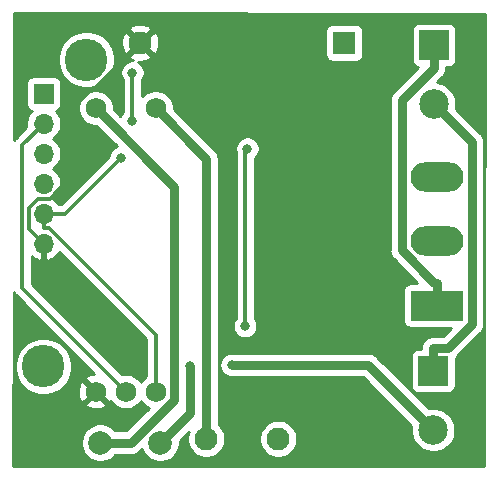
<source format=gtl>
G04 #@! TF.GenerationSoftware,KiCad,Pcbnew,5.1.7-a382d34a8~88~ubuntu18.04.1*
G04 #@! TF.CreationDate,2021-08-20T00:55:45+05:30*
G04 #@! TF.ProjectId,BackEnd_HeavyDevice_v4,4261636b-456e-4645-9f48-656176794465,rev?*
G04 #@! TF.SameCoordinates,Original*
G04 #@! TF.FileFunction,Copper,L1,Top*
G04 #@! TF.FilePolarity,Positive*
%FSLAX46Y46*%
G04 Gerber Fmt 4.6, Leading zero omitted, Abs format (unit mm)*
G04 Created by KiCad (PCBNEW 5.1.7-a382d34a8~88~ubuntu18.04.1) date 2021-08-20 00:55:45*
%MOMM*%
%LPD*%
G01*
G04 APERTURE LIST*
G04 #@! TA.AperFunction,ComponentPad*
%ADD10C,3.600000*%
G04 #@! TD*
G04 #@! TA.AperFunction,ComponentPad*
%ADD11C,1.750000*%
G04 #@! TD*
G04 #@! TA.AperFunction,ComponentPad*
%ADD12R,4.500000X2.500000*%
G04 #@! TD*
G04 #@! TA.AperFunction,ComponentPad*
%ADD13O,4.500000X2.500000*%
G04 #@! TD*
G04 #@! TA.AperFunction,ComponentPad*
%ADD14C,2.000000*%
G04 #@! TD*
G04 #@! TA.AperFunction,ComponentPad*
%ADD15R,2.500000X2.500000*%
G04 #@! TD*
G04 #@! TA.AperFunction,ComponentPad*
%ADD16C,2.500000*%
G04 #@! TD*
G04 #@! TA.AperFunction,ComponentPad*
%ADD17C,1.950000*%
G04 #@! TD*
G04 #@! TA.AperFunction,ComponentPad*
%ADD18R,1.950000X1.950000*%
G04 #@! TD*
G04 #@! TA.AperFunction,ComponentPad*
%ADD19R,1.700000X1.700000*%
G04 #@! TD*
G04 #@! TA.AperFunction,ComponentPad*
%ADD20O,1.700000X1.700000*%
G04 #@! TD*
G04 #@! TA.AperFunction,ViaPad*
%ADD21C,0.800000*%
G04 #@! TD*
G04 #@! TA.AperFunction,Conductor*
%ADD22C,0.350000*%
G04 #@! TD*
G04 #@! TA.AperFunction,Conductor*
%ADD23C,0.800000*%
G04 #@! TD*
G04 #@! TA.AperFunction,Conductor*
%ADD24C,0.254000*%
G04 #@! TD*
G04 #@! TA.AperFunction,Conductor*
%ADD25C,0.100000*%
G04 #@! TD*
G04 APERTURE END LIST*
D10*
X117137000Y-101089000D03*
X113481760Y-127063520D03*
D11*
X117922000Y-129195000D03*
X123002000Y-129195000D03*
X120462000Y-129195000D03*
X117922000Y-105195000D03*
X123002000Y-105195000D03*
D12*
X146827000Y-121917000D03*
D13*
X146827000Y-116467000D03*
X146827000Y-111017000D03*
D14*
X118316000Y-133530000D03*
X123396000Y-133520000D03*
D15*
X146576000Y-99860100D03*
D16*
X146576000Y-104860100D03*
D15*
X146497000Y-127460000D03*
D16*
X146497000Y-132460000D03*
D17*
X133383000Y-133195000D03*
X121699000Y-99667000D03*
X127287000Y-133195000D03*
D18*
X138971000Y-99667000D03*
D19*
X113515000Y-103967000D03*
D20*
X113515000Y-106507000D03*
X113515000Y-109047000D03*
X113515000Y-111587000D03*
X113515000Y-114127000D03*
X113515000Y-116667000D03*
D21*
X121036080Y-102191820D03*
X120957340Y-106268520D03*
X120048020Y-109402880D03*
X125923040Y-127068580D03*
X129428240Y-126933960D03*
X130763400Y-108630000D03*
X130581200Y-123670000D03*
D22*
X113515000Y-114127000D02*
X113515000Y-115352300D01*
X113515000Y-115352300D02*
X113974500Y-115352300D01*
X113974500Y-115352300D02*
X123002000Y-124379800D01*
X123002000Y-124379800D02*
X123002000Y-129195000D01*
X121036080Y-106189780D02*
X120957340Y-106268520D01*
X121036080Y-102191820D02*
X121036080Y-106189780D01*
X115323900Y-114127000D02*
X120048020Y-109402880D01*
X113515000Y-114127000D02*
X115323900Y-114127000D01*
X113515000Y-116667000D02*
X112280900Y-115432900D01*
X112280900Y-115432900D02*
X112280900Y-113619300D01*
X112280900Y-113619300D02*
X113043200Y-112857000D01*
X113043200Y-112857000D02*
X114038300Y-112857000D01*
X114038300Y-112857000D02*
X116261000Y-110634300D01*
X116261000Y-110634300D02*
X116261000Y-104903500D01*
X116261000Y-104903500D02*
X117675800Y-103488700D01*
X117675800Y-103488700D02*
X117877300Y-103488700D01*
X117877300Y-103488700D02*
X121699000Y-99667000D01*
D23*
X140970960Y-126933960D02*
X146497000Y-132460000D01*
X129428240Y-126933960D02*
X140970960Y-126933960D01*
X125925580Y-129522220D02*
X125923040Y-129519680D01*
X123396000Y-133520000D02*
X125925580Y-130990420D01*
X125923040Y-129519680D02*
X125923040Y-127068580D01*
X125925580Y-130990420D02*
X125925580Y-129522220D01*
X146497000Y-127460000D02*
X146497000Y-125509700D01*
X146576000Y-104860100D02*
X149777400Y-108061500D01*
X149777400Y-108061500D02*
X149777400Y-123486300D01*
X149777400Y-123486300D02*
X147754000Y-125509700D01*
X147754000Y-125509700D02*
X146497000Y-125509700D01*
X118316000Y-133530000D02*
X120935200Y-133530000D01*
X120935200Y-133530000D02*
X124585200Y-129880000D01*
X124585200Y-129880000D02*
X124585200Y-111858200D01*
X124585200Y-111858200D02*
X117922000Y-105195000D01*
D22*
X113515000Y-106507000D02*
X111700300Y-108321700D01*
X111700300Y-108321700D02*
X111700300Y-120433300D01*
X111700300Y-120433300D02*
X120462000Y-129195000D01*
D23*
X146827000Y-121917000D02*
X146827000Y-119966700D01*
X146576000Y-99860100D02*
X146576000Y-101810400D01*
X146576000Y-101810400D02*
X143835000Y-104551400D01*
X143835000Y-104551400D02*
X143835000Y-117249000D01*
X143835000Y-117249000D02*
X146552700Y-119966700D01*
X146552700Y-119966700D02*
X146827000Y-119966700D01*
D22*
X130763400Y-108630000D02*
X130581200Y-108812200D01*
X130581200Y-108812200D02*
X130581200Y-123670000D01*
D23*
X127287000Y-133195000D02*
X127287000Y-109480000D01*
X127287000Y-109480000D02*
X123002000Y-105195000D01*
D24*
X150850433Y-97246077D02*
X150815845Y-123470441D01*
X150812400Y-123435465D01*
X150812400Y-108112327D01*
X150817406Y-108061499D01*
X150812400Y-108010671D01*
X150812400Y-108010662D01*
X150797424Y-107858605D01*
X150738241Y-107663507D01*
X150655004Y-107507781D01*
X150642134Y-107483702D01*
X150545203Y-107365592D01*
X150512796Y-107326104D01*
X150473308Y-107293697D01*
X148421906Y-105242296D01*
X148461000Y-105045756D01*
X148461000Y-104674444D01*
X148388561Y-104310266D01*
X148246466Y-103967218D01*
X148040175Y-103658482D01*
X147777618Y-103395925D01*
X147468882Y-103189634D01*
X147125834Y-103047539D01*
X146856204Y-102993907D01*
X147271908Y-102578203D01*
X147311396Y-102545796D01*
X147366273Y-102478928D01*
X147440734Y-102388198D01*
X147536840Y-102208394D01*
X147536841Y-102208393D01*
X147596024Y-102013295D01*
X147611000Y-101861238D01*
X147611000Y-101861229D01*
X147616006Y-101810401D01*
X147611000Y-101759573D01*
X147611000Y-101748172D01*
X147826000Y-101748172D01*
X147950482Y-101735912D01*
X148070180Y-101699602D01*
X148180494Y-101640637D01*
X148277185Y-101561285D01*
X148356537Y-101464594D01*
X148415502Y-101354280D01*
X148451812Y-101234582D01*
X148464072Y-101110100D01*
X148464072Y-98610100D01*
X148451812Y-98485618D01*
X148415502Y-98365920D01*
X148356537Y-98255606D01*
X148277185Y-98158915D01*
X148180494Y-98079563D01*
X148070180Y-98020598D01*
X147950482Y-97984288D01*
X147826000Y-97972028D01*
X145326000Y-97972028D01*
X145201518Y-97984288D01*
X145081820Y-98020598D01*
X144971506Y-98079563D01*
X144874815Y-98158915D01*
X144795463Y-98255606D01*
X144736498Y-98365920D01*
X144700188Y-98485618D01*
X144687928Y-98610100D01*
X144687928Y-101110100D01*
X144700188Y-101234582D01*
X144736498Y-101354280D01*
X144795463Y-101464594D01*
X144874815Y-101561285D01*
X144971506Y-101640637D01*
X145081820Y-101699602D01*
X145190208Y-101732481D01*
X143139097Y-103783593D01*
X143099604Y-103816004D01*
X142970266Y-103973603D01*
X142874159Y-104153408D01*
X142814976Y-104348506D01*
X142800000Y-104500563D01*
X142800000Y-104500572D01*
X142794994Y-104551400D01*
X142800000Y-104602228D01*
X142800001Y-117198162D01*
X142794994Y-117249000D01*
X142814977Y-117451895D01*
X142874160Y-117646993D01*
X142970266Y-117826797D01*
X142999303Y-117862178D01*
X143099605Y-117984396D01*
X143139092Y-118016802D01*
X145151217Y-120028928D01*
X144577000Y-120028928D01*
X144452518Y-120041188D01*
X144332820Y-120077498D01*
X144222506Y-120136463D01*
X144125815Y-120215815D01*
X144046463Y-120312506D01*
X143987498Y-120422820D01*
X143951188Y-120542518D01*
X143938928Y-120667000D01*
X143938928Y-123167000D01*
X143951188Y-123291482D01*
X143987498Y-123411180D01*
X144046463Y-123521494D01*
X144125815Y-123618185D01*
X144222506Y-123697537D01*
X144332820Y-123756502D01*
X144452518Y-123792812D01*
X144577000Y-123805072D01*
X147994918Y-123805072D01*
X147325290Y-124474700D01*
X146547838Y-124474700D01*
X146497000Y-124469693D01*
X146446162Y-124474700D01*
X146294105Y-124489676D01*
X146099007Y-124548859D01*
X145919203Y-124644966D01*
X145761604Y-124774304D01*
X145632266Y-124931903D01*
X145536159Y-125111707D01*
X145476976Y-125306805D01*
X145456993Y-125509700D01*
X145462001Y-125560548D01*
X145462001Y-125571928D01*
X145247000Y-125571928D01*
X145122518Y-125584188D01*
X145002820Y-125620498D01*
X144892506Y-125679463D01*
X144795815Y-125758815D01*
X144716463Y-125855506D01*
X144657498Y-125965820D01*
X144621188Y-126085518D01*
X144608928Y-126210000D01*
X144608928Y-128710000D01*
X144621188Y-128834482D01*
X144657498Y-128954180D01*
X144716463Y-129064494D01*
X144795815Y-129161185D01*
X144892506Y-129240537D01*
X145002820Y-129299502D01*
X145122518Y-129335812D01*
X145247000Y-129348072D01*
X147747000Y-129348072D01*
X147871482Y-129335812D01*
X147991180Y-129299502D01*
X148101494Y-129240537D01*
X148198185Y-129161185D01*
X148277537Y-129064494D01*
X148336502Y-128954180D01*
X148372812Y-128834482D01*
X148385072Y-128710000D01*
X148385072Y-126330712D01*
X148489396Y-126245096D01*
X148521807Y-126205603D01*
X150473308Y-124254103D01*
X150512796Y-124221696D01*
X150545203Y-124182208D01*
X150642134Y-124064098D01*
X150693504Y-123967991D01*
X150738241Y-123884293D01*
X150797424Y-123689195D01*
X150812400Y-123537138D01*
X150812400Y-123537135D01*
X150815803Y-123502590D01*
X150799967Y-135508952D01*
X110949914Y-135493802D01*
X110958902Y-130241240D01*
X117055365Y-130241240D01*
X117136025Y-130492868D01*
X117404329Y-130621267D01*
X117692526Y-130694855D01*
X117989543Y-130710804D01*
X118283963Y-130668501D01*
X118564474Y-130569572D01*
X118707975Y-130492868D01*
X118788635Y-130241240D01*
X117922000Y-129374605D01*
X117055365Y-130241240D01*
X110958902Y-130241240D01*
X110964751Y-126823693D01*
X111046760Y-126823693D01*
X111046760Y-127303347D01*
X111140336Y-127773783D01*
X111323891Y-128216925D01*
X111590372Y-128615742D01*
X111929538Y-128954908D01*
X112328355Y-129221389D01*
X112771497Y-129404944D01*
X113241933Y-129498520D01*
X113721587Y-129498520D01*
X114192023Y-129404944D01*
X114535810Y-129262543D01*
X116406196Y-129262543D01*
X116448499Y-129556963D01*
X116547428Y-129837474D01*
X116624132Y-129980975D01*
X116875760Y-130061635D01*
X117742395Y-129195000D01*
X116875760Y-128328365D01*
X116624132Y-128409025D01*
X116495733Y-128677329D01*
X116422145Y-128965526D01*
X116406196Y-129262543D01*
X114535810Y-129262543D01*
X114635165Y-129221389D01*
X115033982Y-128954908D01*
X115373148Y-128615742D01*
X115639629Y-128216925D01*
X115823184Y-127773783D01*
X115916760Y-127303347D01*
X115916760Y-126823693D01*
X115823184Y-126353257D01*
X115639629Y-125910115D01*
X115373148Y-125511298D01*
X115033982Y-125172132D01*
X114635165Y-124905651D01*
X114192023Y-124722096D01*
X113721587Y-124628520D01*
X113241933Y-124628520D01*
X112771497Y-124722096D01*
X112328355Y-124905651D01*
X111929538Y-125172132D01*
X111590372Y-125511298D01*
X111323891Y-125910115D01*
X111140336Y-126353257D01*
X111046760Y-126823693D01*
X110964751Y-126823693D01*
X110975069Y-120794783D01*
X111023551Y-120885489D01*
X111058062Y-120927540D01*
X111124773Y-121008828D01*
X111155683Y-121034195D01*
X117807439Y-127685952D01*
X117560037Y-127721499D01*
X117279526Y-127820428D01*
X117136025Y-127897132D01*
X117055365Y-128148760D01*
X117922000Y-129015395D01*
X117936143Y-129001253D01*
X118115748Y-129180858D01*
X118101605Y-129195000D01*
X118968240Y-130061635D01*
X119179712Y-129993847D01*
X119289107Y-130157569D01*
X119499431Y-130367893D01*
X119746747Y-130533144D01*
X120021549Y-130646971D01*
X120313278Y-130705000D01*
X120610722Y-130705000D01*
X120902451Y-130646971D01*
X121177253Y-130533144D01*
X121424569Y-130367893D01*
X121634893Y-130157569D01*
X121732000Y-130012238D01*
X121829107Y-130157569D01*
X122039431Y-130367893D01*
X122286747Y-130533144D01*
X122415156Y-130586333D01*
X120506490Y-132495000D01*
X119590833Y-132495000D01*
X119585987Y-132487748D01*
X119358252Y-132260013D01*
X119090463Y-132081082D01*
X118792912Y-131957832D01*
X118477033Y-131895000D01*
X118154967Y-131895000D01*
X117839088Y-131957832D01*
X117541537Y-132081082D01*
X117273748Y-132260013D01*
X117046013Y-132487748D01*
X116867082Y-132755537D01*
X116743832Y-133053088D01*
X116681000Y-133368967D01*
X116681000Y-133691033D01*
X116743832Y-134006912D01*
X116867082Y-134304463D01*
X117046013Y-134572252D01*
X117273748Y-134799987D01*
X117541537Y-134978918D01*
X117839088Y-135102168D01*
X118154967Y-135165000D01*
X118477033Y-135165000D01*
X118792912Y-135102168D01*
X119090463Y-134978918D01*
X119358252Y-134799987D01*
X119585987Y-134572252D01*
X119590833Y-134565000D01*
X120884372Y-134565000D01*
X120935200Y-134570006D01*
X120986028Y-134565000D01*
X120986038Y-134565000D01*
X121138095Y-134550024D01*
X121333193Y-134490841D01*
X121512997Y-134394734D01*
X121670596Y-134265396D01*
X121703007Y-134225903D01*
X121855513Y-134073397D01*
X121947082Y-134294463D01*
X122126013Y-134562252D01*
X122353748Y-134789987D01*
X122621537Y-134968918D01*
X122919088Y-135092168D01*
X123234967Y-135155000D01*
X123557033Y-135155000D01*
X123872912Y-135092168D01*
X124170463Y-134968918D01*
X124438252Y-134789987D01*
X124665987Y-134562252D01*
X124844918Y-134294463D01*
X124968168Y-133996912D01*
X125031000Y-133681033D01*
X125031000Y-133358967D01*
X125029298Y-133350412D01*
X125798651Y-132581060D01*
X125738871Y-132725380D01*
X125677000Y-133036429D01*
X125677000Y-133353571D01*
X125738871Y-133664620D01*
X125860237Y-133957621D01*
X126036431Y-134221315D01*
X126260685Y-134445569D01*
X126524379Y-134621763D01*
X126817380Y-134743129D01*
X127128429Y-134805000D01*
X127445571Y-134805000D01*
X127756620Y-134743129D01*
X128049621Y-134621763D01*
X128313315Y-134445569D01*
X128537569Y-134221315D01*
X128713763Y-133957621D01*
X128835129Y-133664620D01*
X128897000Y-133353571D01*
X128897000Y-133036429D01*
X131773000Y-133036429D01*
X131773000Y-133353571D01*
X131834871Y-133664620D01*
X131956237Y-133957621D01*
X132132431Y-134221315D01*
X132356685Y-134445569D01*
X132620379Y-134621763D01*
X132913380Y-134743129D01*
X133224429Y-134805000D01*
X133541571Y-134805000D01*
X133852620Y-134743129D01*
X134145621Y-134621763D01*
X134409315Y-134445569D01*
X134633569Y-134221315D01*
X134809763Y-133957621D01*
X134931129Y-133664620D01*
X134993000Y-133353571D01*
X134993000Y-133036429D01*
X134931129Y-132725380D01*
X134809763Y-132432379D01*
X134633569Y-132168685D01*
X134409315Y-131944431D01*
X134145621Y-131768237D01*
X133852620Y-131646871D01*
X133541571Y-131585000D01*
X133224429Y-131585000D01*
X132913380Y-131646871D01*
X132620379Y-131768237D01*
X132356685Y-131944431D01*
X132132431Y-132168685D01*
X131956237Y-132432379D01*
X131834871Y-132725380D01*
X131773000Y-133036429D01*
X128897000Y-133036429D01*
X128835129Y-132725380D01*
X128713763Y-132432379D01*
X128537569Y-132168685D01*
X128322000Y-131953116D01*
X128322000Y-126933960D01*
X128388233Y-126933960D01*
X128393240Y-126984798D01*
X128393240Y-127035899D01*
X128403209Y-127086017D01*
X128408216Y-127136855D01*
X128423044Y-127185737D01*
X128433014Y-127235858D01*
X128452571Y-127283073D01*
X128467399Y-127331953D01*
X128491478Y-127377002D01*
X128511035Y-127424216D01*
X128539426Y-127466706D01*
X128563506Y-127511757D01*
X128595912Y-127551244D01*
X128624303Y-127593734D01*
X128660436Y-127629867D01*
X128692844Y-127669356D01*
X128732332Y-127701763D01*
X128768466Y-127737897D01*
X128810956Y-127766288D01*
X128850443Y-127798694D01*
X128895494Y-127822774D01*
X128937984Y-127851165D01*
X128985198Y-127870722D01*
X129030247Y-127894801D01*
X129079127Y-127909629D01*
X129126342Y-127929186D01*
X129176463Y-127939156D01*
X129225345Y-127953984D01*
X129276183Y-127958991D01*
X129326301Y-127968960D01*
X140542250Y-127968960D01*
X144651094Y-132077805D01*
X144612000Y-132274344D01*
X144612000Y-132645656D01*
X144684439Y-133009834D01*
X144826534Y-133352882D01*
X145032825Y-133661618D01*
X145295382Y-133924175D01*
X145604118Y-134130466D01*
X145947166Y-134272561D01*
X146311344Y-134345000D01*
X146682656Y-134345000D01*
X147046834Y-134272561D01*
X147389882Y-134130466D01*
X147698618Y-133924175D01*
X147961175Y-133661618D01*
X148167466Y-133352882D01*
X148309561Y-133009834D01*
X148382000Y-132645656D01*
X148382000Y-132274344D01*
X148309561Y-131910166D01*
X148167466Y-131567118D01*
X147961175Y-131258382D01*
X147698618Y-130995825D01*
X147389882Y-130789534D01*
X147046834Y-130647439D01*
X146682656Y-130575000D01*
X146311344Y-130575000D01*
X146114805Y-130614094D01*
X141738767Y-126238057D01*
X141706356Y-126198564D01*
X141548757Y-126069226D01*
X141368953Y-125973119D01*
X141173855Y-125913936D01*
X141021798Y-125898960D01*
X141021788Y-125898960D01*
X140970960Y-125893954D01*
X140920132Y-125898960D01*
X129326301Y-125898960D01*
X129276183Y-125908929D01*
X129225345Y-125913936D01*
X129176463Y-125928764D01*
X129126342Y-125938734D01*
X129079127Y-125958291D01*
X129030247Y-125973119D01*
X128985198Y-125997198D01*
X128937984Y-126016755D01*
X128895494Y-126045146D01*
X128850443Y-126069226D01*
X128810956Y-126101632D01*
X128768466Y-126130023D01*
X128732332Y-126166157D01*
X128692844Y-126198564D01*
X128660437Y-126238052D01*
X128624303Y-126274186D01*
X128595912Y-126316676D01*
X128563506Y-126356163D01*
X128539426Y-126401214D01*
X128511035Y-126443704D01*
X128491478Y-126490918D01*
X128467399Y-126535967D01*
X128452571Y-126584847D01*
X128433014Y-126632062D01*
X128423044Y-126682183D01*
X128408216Y-126731065D01*
X128403209Y-126781903D01*
X128393240Y-126832021D01*
X128393240Y-126883122D01*
X128388233Y-126933960D01*
X128322000Y-126933960D01*
X128322000Y-123568061D01*
X129546200Y-123568061D01*
X129546200Y-123771939D01*
X129585974Y-123971898D01*
X129663995Y-124160256D01*
X129777263Y-124329774D01*
X129921426Y-124473937D01*
X130090944Y-124587205D01*
X130279302Y-124665226D01*
X130479261Y-124705000D01*
X130683139Y-124705000D01*
X130883098Y-124665226D01*
X131071456Y-124587205D01*
X131240974Y-124473937D01*
X131385137Y-124329774D01*
X131498405Y-124160256D01*
X131576426Y-123971898D01*
X131616200Y-123771939D01*
X131616200Y-123568061D01*
X131576426Y-123368102D01*
X131498405Y-123179744D01*
X131391200Y-123019300D01*
X131391200Y-109455301D01*
X131423174Y-109433937D01*
X131567337Y-109289774D01*
X131680605Y-109120256D01*
X131758626Y-108931898D01*
X131798400Y-108731939D01*
X131798400Y-108528061D01*
X131758626Y-108328102D01*
X131680605Y-108139744D01*
X131567337Y-107970226D01*
X131423174Y-107826063D01*
X131253656Y-107712795D01*
X131065298Y-107634774D01*
X130865339Y-107595000D01*
X130661461Y-107595000D01*
X130461502Y-107634774D01*
X130273144Y-107712795D01*
X130103626Y-107826063D01*
X129959463Y-107970226D01*
X129846195Y-108139744D01*
X129768174Y-108328102D01*
X129728400Y-108528061D01*
X129728400Y-108731939D01*
X129768174Y-108931898D01*
X129771200Y-108939203D01*
X129771201Y-123019299D01*
X129663995Y-123179744D01*
X129585974Y-123368102D01*
X129546200Y-123568061D01*
X128322000Y-123568061D01*
X128322000Y-109530827D01*
X128327006Y-109479999D01*
X128322000Y-109429171D01*
X128322000Y-109429162D01*
X128307024Y-109277105D01*
X128247841Y-109082007D01*
X128188500Y-108970987D01*
X128151734Y-108902202D01*
X128054803Y-108784092D01*
X128022396Y-108744604D01*
X127982908Y-108712197D01*
X124512000Y-105241290D01*
X124512000Y-105046278D01*
X124453971Y-104754549D01*
X124340144Y-104479747D01*
X124174893Y-104232431D01*
X123964569Y-104022107D01*
X123717253Y-103856856D01*
X123442451Y-103743029D01*
X123150722Y-103685000D01*
X122853278Y-103685000D01*
X122561549Y-103743029D01*
X122286747Y-103856856D01*
X122039431Y-104022107D01*
X121846080Y-104215458D01*
X121846080Y-102842520D01*
X121953285Y-102682076D01*
X122031306Y-102493718D01*
X122071080Y-102293759D01*
X122071080Y-102089881D01*
X122031306Y-101889922D01*
X121953285Y-101701564D01*
X121840017Y-101532046D01*
X121695854Y-101387883D01*
X121526336Y-101274615D01*
X121512271Y-101268789D01*
X121762584Y-101283540D01*
X122076733Y-101240074D01*
X122376367Y-101136156D01*
X122544234Y-101046429D01*
X122636979Y-100784584D01*
X121699000Y-99846605D01*
X120761021Y-100784584D01*
X120853766Y-101046429D01*
X121081386Y-101156820D01*
X120934141Y-101156820D01*
X120734182Y-101196594D01*
X120545824Y-101274615D01*
X120376306Y-101387883D01*
X120232143Y-101532046D01*
X120118875Y-101701564D01*
X120040854Y-101889922D01*
X120001080Y-102089881D01*
X120001080Y-102293759D01*
X120040854Y-102493718D01*
X120118875Y-102682076D01*
X120226080Y-102842520D01*
X120226081Y-105536068D01*
X120153403Y-105608746D01*
X120040135Y-105778264D01*
X120019292Y-105828582D01*
X119432000Y-105241290D01*
X119432000Y-105046278D01*
X119373971Y-104754549D01*
X119260144Y-104479747D01*
X119094893Y-104232431D01*
X118884569Y-104022107D01*
X118637253Y-103856856D01*
X118362451Y-103743029D01*
X118070722Y-103685000D01*
X117773278Y-103685000D01*
X117481549Y-103743029D01*
X117206747Y-103856856D01*
X116959431Y-104022107D01*
X116749107Y-104232431D01*
X116583856Y-104479747D01*
X116470029Y-104754549D01*
X116412000Y-105046278D01*
X116412000Y-105343722D01*
X116470029Y-105635451D01*
X116583856Y-105910253D01*
X116749107Y-106157569D01*
X116959431Y-106367893D01*
X117206747Y-106533144D01*
X117481549Y-106646971D01*
X117773278Y-106705000D01*
X117968290Y-106705000D01*
X119692963Y-108429673D01*
X119557764Y-108485675D01*
X119388246Y-108598943D01*
X119244083Y-108743106D01*
X119130815Y-108912624D01*
X119052794Y-109100982D01*
X119015149Y-109290238D01*
X114988388Y-113317000D01*
X114759770Y-113317000D01*
X114668475Y-113180368D01*
X114461632Y-112973525D01*
X114287240Y-112857000D01*
X114461632Y-112740475D01*
X114668475Y-112533632D01*
X114830990Y-112290411D01*
X114942932Y-112020158D01*
X115000000Y-111733260D01*
X115000000Y-111440740D01*
X114942932Y-111153842D01*
X114830990Y-110883589D01*
X114668475Y-110640368D01*
X114461632Y-110433525D01*
X114287240Y-110317000D01*
X114461632Y-110200475D01*
X114668475Y-109993632D01*
X114830990Y-109750411D01*
X114942932Y-109480158D01*
X115000000Y-109193260D01*
X115000000Y-108900740D01*
X114942932Y-108613842D01*
X114830990Y-108343589D01*
X114668475Y-108100368D01*
X114461632Y-107893525D01*
X114287240Y-107777000D01*
X114461632Y-107660475D01*
X114668475Y-107453632D01*
X114830990Y-107210411D01*
X114942932Y-106940158D01*
X115000000Y-106653260D01*
X115000000Y-106360740D01*
X114942932Y-106073842D01*
X114830990Y-105803589D01*
X114668475Y-105560368D01*
X114536620Y-105428513D01*
X114609180Y-105406502D01*
X114719494Y-105347537D01*
X114816185Y-105268185D01*
X114895537Y-105171494D01*
X114954502Y-105061180D01*
X114990812Y-104941482D01*
X115003072Y-104817000D01*
X115003072Y-103117000D01*
X114990812Y-102992518D01*
X114954502Y-102872820D01*
X114895537Y-102762506D01*
X114816185Y-102665815D01*
X114719494Y-102586463D01*
X114609180Y-102527498D01*
X114489482Y-102491188D01*
X114365000Y-102478928D01*
X112665000Y-102478928D01*
X112540518Y-102491188D01*
X112420820Y-102527498D01*
X112310506Y-102586463D01*
X112213815Y-102665815D01*
X112134463Y-102762506D01*
X112075498Y-102872820D01*
X112039188Y-102992518D01*
X112026928Y-103117000D01*
X112026928Y-104817000D01*
X112039188Y-104941482D01*
X112075498Y-105061180D01*
X112134463Y-105171494D01*
X112213815Y-105268185D01*
X112310506Y-105347537D01*
X112420820Y-105406502D01*
X112493380Y-105428513D01*
X112361525Y-105560368D01*
X112199010Y-105803589D01*
X112087068Y-106073842D01*
X112030000Y-106360740D01*
X112030000Y-106653260D01*
X112062059Y-106814429D01*
X111155687Y-107720801D01*
X111124772Y-107746172D01*
X111067400Y-107816081D01*
X111023551Y-107869511D01*
X110997103Y-107918992D01*
X111009201Y-100849173D01*
X114702000Y-100849173D01*
X114702000Y-101328827D01*
X114795576Y-101799263D01*
X114979131Y-102242405D01*
X115245612Y-102641222D01*
X115584778Y-102980388D01*
X115983595Y-103246869D01*
X116426737Y-103430424D01*
X116897173Y-103524000D01*
X117376827Y-103524000D01*
X117847263Y-103430424D01*
X118290405Y-103246869D01*
X118689222Y-102980388D01*
X119028388Y-102641222D01*
X119294869Y-102242405D01*
X119478424Y-101799263D01*
X119572000Y-101328827D01*
X119572000Y-100849173D01*
X119478424Y-100378737D01*
X119294869Y-99935595D01*
X119157886Y-99730584D01*
X120082460Y-99730584D01*
X120125926Y-100044733D01*
X120229844Y-100344367D01*
X120319571Y-100512234D01*
X120581416Y-100604979D01*
X121519395Y-99667000D01*
X121878605Y-99667000D01*
X122816584Y-100604979D01*
X123078429Y-100512234D01*
X123216820Y-100226880D01*
X123296883Y-99920010D01*
X123315540Y-99603416D01*
X123272074Y-99289267D01*
X123168156Y-98989633D01*
X123078429Y-98821766D01*
X122816584Y-98729021D01*
X121878605Y-99667000D01*
X121519395Y-99667000D01*
X120581416Y-98729021D01*
X120319571Y-98821766D01*
X120181180Y-99107120D01*
X120101117Y-99413990D01*
X120082460Y-99730584D01*
X119157886Y-99730584D01*
X119028388Y-99536778D01*
X118689222Y-99197612D01*
X118290405Y-98931131D01*
X117847263Y-98747576D01*
X117376827Y-98654000D01*
X116897173Y-98654000D01*
X116426737Y-98747576D01*
X115983595Y-98931131D01*
X115584778Y-99197612D01*
X115245612Y-99536778D01*
X114979131Y-99935595D01*
X114795576Y-100378737D01*
X114702000Y-100849173D01*
X111009201Y-100849173D01*
X111013136Y-98549416D01*
X120761021Y-98549416D01*
X121699000Y-99487395D01*
X122494395Y-98692000D01*
X137357928Y-98692000D01*
X137357928Y-100642000D01*
X137370188Y-100766482D01*
X137406498Y-100886180D01*
X137465463Y-100996494D01*
X137544815Y-101093185D01*
X137641506Y-101172537D01*
X137751820Y-101231502D01*
X137871518Y-101267812D01*
X137996000Y-101280072D01*
X139946000Y-101280072D01*
X140070482Y-101267812D01*
X140190180Y-101231502D01*
X140300494Y-101172537D01*
X140397185Y-101093185D01*
X140476537Y-100996494D01*
X140535502Y-100886180D01*
X140571812Y-100766482D01*
X140584072Y-100642000D01*
X140584072Y-98692000D01*
X140571812Y-98567518D01*
X140535502Y-98447820D01*
X140476537Y-98337506D01*
X140397185Y-98240815D01*
X140300494Y-98161463D01*
X140190180Y-98102498D01*
X140070482Y-98066188D01*
X139946000Y-98053928D01*
X137996000Y-98053928D01*
X137871518Y-98066188D01*
X137751820Y-98102498D01*
X137641506Y-98161463D01*
X137544815Y-98240815D01*
X137465463Y-98337506D01*
X137406498Y-98447820D01*
X137370188Y-98567518D01*
X137357928Y-98692000D01*
X122494395Y-98692000D01*
X122636979Y-98549416D01*
X122544234Y-98287571D01*
X122258880Y-98149180D01*
X121952010Y-98069117D01*
X121635416Y-98050460D01*
X121321267Y-98093926D01*
X121021633Y-98197844D01*
X120853766Y-98287571D01*
X120761021Y-98549416D01*
X111013136Y-98549416D01*
X111015562Y-97132502D01*
X150850433Y-97246077D01*
G04 #@! TA.AperFunction,Conductor*
D25*
G36*
X150850433Y-97246077D02*
G01*
X150815845Y-123470441D01*
X150812400Y-123435465D01*
X150812400Y-108112327D01*
X150817406Y-108061499D01*
X150812400Y-108010671D01*
X150812400Y-108010662D01*
X150797424Y-107858605D01*
X150738241Y-107663507D01*
X150655004Y-107507781D01*
X150642134Y-107483702D01*
X150545203Y-107365592D01*
X150512796Y-107326104D01*
X150473308Y-107293697D01*
X148421906Y-105242296D01*
X148461000Y-105045756D01*
X148461000Y-104674444D01*
X148388561Y-104310266D01*
X148246466Y-103967218D01*
X148040175Y-103658482D01*
X147777618Y-103395925D01*
X147468882Y-103189634D01*
X147125834Y-103047539D01*
X146856204Y-102993907D01*
X147271908Y-102578203D01*
X147311396Y-102545796D01*
X147366273Y-102478928D01*
X147440734Y-102388198D01*
X147536840Y-102208394D01*
X147536841Y-102208393D01*
X147596024Y-102013295D01*
X147611000Y-101861238D01*
X147611000Y-101861229D01*
X147616006Y-101810401D01*
X147611000Y-101759573D01*
X147611000Y-101748172D01*
X147826000Y-101748172D01*
X147950482Y-101735912D01*
X148070180Y-101699602D01*
X148180494Y-101640637D01*
X148277185Y-101561285D01*
X148356537Y-101464594D01*
X148415502Y-101354280D01*
X148451812Y-101234582D01*
X148464072Y-101110100D01*
X148464072Y-98610100D01*
X148451812Y-98485618D01*
X148415502Y-98365920D01*
X148356537Y-98255606D01*
X148277185Y-98158915D01*
X148180494Y-98079563D01*
X148070180Y-98020598D01*
X147950482Y-97984288D01*
X147826000Y-97972028D01*
X145326000Y-97972028D01*
X145201518Y-97984288D01*
X145081820Y-98020598D01*
X144971506Y-98079563D01*
X144874815Y-98158915D01*
X144795463Y-98255606D01*
X144736498Y-98365920D01*
X144700188Y-98485618D01*
X144687928Y-98610100D01*
X144687928Y-101110100D01*
X144700188Y-101234582D01*
X144736498Y-101354280D01*
X144795463Y-101464594D01*
X144874815Y-101561285D01*
X144971506Y-101640637D01*
X145081820Y-101699602D01*
X145190208Y-101732481D01*
X143139097Y-103783593D01*
X143099604Y-103816004D01*
X142970266Y-103973603D01*
X142874159Y-104153408D01*
X142814976Y-104348506D01*
X142800000Y-104500563D01*
X142800000Y-104500572D01*
X142794994Y-104551400D01*
X142800000Y-104602228D01*
X142800001Y-117198162D01*
X142794994Y-117249000D01*
X142814977Y-117451895D01*
X142874160Y-117646993D01*
X142970266Y-117826797D01*
X142999303Y-117862178D01*
X143099605Y-117984396D01*
X143139092Y-118016802D01*
X145151217Y-120028928D01*
X144577000Y-120028928D01*
X144452518Y-120041188D01*
X144332820Y-120077498D01*
X144222506Y-120136463D01*
X144125815Y-120215815D01*
X144046463Y-120312506D01*
X143987498Y-120422820D01*
X143951188Y-120542518D01*
X143938928Y-120667000D01*
X143938928Y-123167000D01*
X143951188Y-123291482D01*
X143987498Y-123411180D01*
X144046463Y-123521494D01*
X144125815Y-123618185D01*
X144222506Y-123697537D01*
X144332820Y-123756502D01*
X144452518Y-123792812D01*
X144577000Y-123805072D01*
X147994918Y-123805072D01*
X147325290Y-124474700D01*
X146547838Y-124474700D01*
X146497000Y-124469693D01*
X146446162Y-124474700D01*
X146294105Y-124489676D01*
X146099007Y-124548859D01*
X145919203Y-124644966D01*
X145761604Y-124774304D01*
X145632266Y-124931903D01*
X145536159Y-125111707D01*
X145476976Y-125306805D01*
X145456993Y-125509700D01*
X145462001Y-125560548D01*
X145462001Y-125571928D01*
X145247000Y-125571928D01*
X145122518Y-125584188D01*
X145002820Y-125620498D01*
X144892506Y-125679463D01*
X144795815Y-125758815D01*
X144716463Y-125855506D01*
X144657498Y-125965820D01*
X144621188Y-126085518D01*
X144608928Y-126210000D01*
X144608928Y-128710000D01*
X144621188Y-128834482D01*
X144657498Y-128954180D01*
X144716463Y-129064494D01*
X144795815Y-129161185D01*
X144892506Y-129240537D01*
X145002820Y-129299502D01*
X145122518Y-129335812D01*
X145247000Y-129348072D01*
X147747000Y-129348072D01*
X147871482Y-129335812D01*
X147991180Y-129299502D01*
X148101494Y-129240537D01*
X148198185Y-129161185D01*
X148277537Y-129064494D01*
X148336502Y-128954180D01*
X148372812Y-128834482D01*
X148385072Y-128710000D01*
X148385072Y-126330712D01*
X148489396Y-126245096D01*
X148521807Y-126205603D01*
X150473308Y-124254103D01*
X150512796Y-124221696D01*
X150545203Y-124182208D01*
X150642134Y-124064098D01*
X150693504Y-123967991D01*
X150738241Y-123884293D01*
X150797424Y-123689195D01*
X150812400Y-123537138D01*
X150812400Y-123537135D01*
X150815803Y-123502590D01*
X150799967Y-135508952D01*
X110949914Y-135493802D01*
X110958902Y-130241240D01*
X117055365Y-130241240D01*
X117136025Y-130492868D01*
X117404329Y-130621267D01*
X117692526Y-130694855D01*
X117989543Y-130710804D01*
X118283963Y-130668501D01*
X118564474Y-130569572D01*
X118707975Y-130492868D01*
X118788635Y-130241240D01*
X117922000Y-129374605D01*
X117055365Y-130241240D01*
X110958902Y-130241240D01*
X110964751Y-126823693D01*
X111046760Y-126823693D01*
X111046760Y-127303347D01*
X111140336Y-127773783D01*
X111323891Y-128216925D01*
X111590372Y-128615742D01*
X111929538Y-128954908D01*
X112328355Y-129221389D01*
X112771497Y-129404944D01*
X113241933Y-129498520D01*
X113721587Y-129498520D01*
X114192023Y-129404944D01*
X114535810Y-129262543D01*
X116406196Y-129262543D01*
X116448499Y-129556963D01*
X116547428Y-129837474D01*
X116624132Y-129980975D01*
X116875760Y-130061635D01*
X117742395Y-129195000D01*
X116875760Y-128328365D01*
X116624132Y-128409025D01*
X116495733Y-128677329D01*
X116422145Y-128965526D01*
X116406196Y-129262543D01*
X114535810Y-129262543D01*
X114635165Y-129221389D01*
X115033982Y-128954908D01*
X115373148Y-128615742D01*
X115639629Y-128216925D01*
X115823184Y-127773783D01*
X115916760Y-127303347D01*
X115916760Y-126823693D01*
X115823184Y-126353257D01*
X115639629Y-125910115D01*
X115373148Y-125511298D01*
X115033982Y-125172132D01*
X114635165Y-124905651D01*
X114192023Y-124722096D01*
X113721587Y-124628520D01*
X113241933Y-124628520D01*
X112771497Y-124722096D01*
X112328355Y-124905651D01*
X111929538Y-125172132D01*
X111590372Y-125511298D01*
X111323891Y-125910115D01*
X111140336Y-126353257D01*
X111046760Y-126823693D01*
X110964751Y-126823693D01*
X110975069Y-120794783D01*
X111023551Y-120885489D01*
X111058062Y-120927540D01*
X111124773Y-121008828D01*
X111155683Y-121034195D01*
X117807439Y-127685952D01*
X117560037Y-127721499D01*
X117279526Y-127820428D01*
X117136025Y-127897132D01*
X117055365Y-128148760D01*
X117922000Y-129015395D01*
X117936143Y-129001253D01*
X118115748Y-129180858D01*
X118101605Y-129195000D01*
X118968240Y-130061635D01*
X119179712Y-129993847D01*
X119289107Y-130157569D01*
X119499431Y-130367893D01*
X119746747Y-130533144D01*
X120021549Y-130646971D01*
X120313278Y-130705000D01*
X120610722Y-130705000D01*
X120902451Y-130646971D01*
X121177253Y-130533144D01*
X121424569Y-130367893D01*
X121634893Y-130157569D01*
X121732000Y-130012238D01*
X121829107Y-130157569D01*
X122039431Y-130367893D01*
X122286747Y-130533144D01*
X122415156Y-130586333D01*
X120506490Y-132495000D01*
X119590833Y-132495000D01*
X119585987Y-132487748D01*
X119358252Y-132260013D01*
X119090463Y-132081082D01*
X118792912Y-131957832D01*
X118477033Y-131895000D01*
X118154967Y-131895000D01*
X117839088Y-131957832D01*
X117541537Y-132081082D01*
X117273748Y-132260013D01*
X117046013Y-132487748D01*
X116867082Y-132755537D01*
X116743832Y-133053088D01*
X116681000Y-133368967D01*
X116681000Y-133691033D01*
X116743832Y-134006912D01*
X116867082Y-134304463D01*
X117046013Y-134572252D01*
X117273748Y-134799987D01*
X117541537Y-134978918D01*
X117839088Y-135102168D01*
X118154967Y-135165000D01*
X118477033Y-135165000D01*
X118792912Y-135102168D01*
X119090463Y-134978918D01*
X119358252Y-134799987D01*
X119585987Y-134572252D01*
X119590833Y-134565000D01*
X120884372Y-134565000D01*
X120935200Y-134570006D01*
X120986028Y-134565000D01*
X120986038Y-134565000D01*
X121138095Y-134550024D01*
X121333193Y-134490841D01*
X121512997Y-134394734D01*
X121670596Y-134265396D01*
X121703007Y-134225903D01*
X121855513Y-134073397D01*
X121947082Y-134294463D01*
X122126013Y-134562252D01*
X122353748Y-134789987D01*
X122621537Y-134968918D01*
X122919088Y-135092168D01*
X123234967Y-135155000D01*
X123557033Y-135155000D01*
X123872912Y-135092168D01*
X124170463Y-134968918D01*
X124438252Y-134789987D01*
X124665987Y-134562252D01*
X124844918Y-134294463D01*
X124968168Y-133996912D01*
X125031000Y-133681033D01*
X125031000Y-133358967D01*
X125029298Y-133350412D01*
X125798651Y-132581060D01*
X125738871Y-132725380D01*
X125677000Y-133036429D01*
X125677000Y-133353571D01*
X125738871Y-133664620D01*
X125860237Y-133957621D01*
X126036431Y-134221315D01*
X126260685Y-134445569D01*
X126524379Y-134621763D01*
X126817380Y-134743129D01*
X127128429Y-134805000D01*
X127445571Y-134805000D01*
X127756620Y-134743129D01*
X128049621Y-134621763D01*
X128313315Y-134445569D01*
X128537569Y-134221315D01*
X128713763Y-133957621D01*
X128835129Y-133664620D01*
X128897000Y-133353571D01*
X128897000Y-133036429D01*
X131773000Y-133036429D01*
X131773000Y-133353571D01*
X131834871Y-133664620D01*
X131956237Y-133957621D01*
X132132431Y-134221315D01*
X132356685Y-134445569D01*
X132620379Y-134621763D01*
X132913380Y-134743129D01*
X133224429Y-134805000D01*
X133541571Y-134805000D01*
X133852620Y-134743129D01*
X134145621Y-134621763D01*
X134409315Y-134445569D01*
X134633569Y-134221315D01*
X134809763Y-133957621D01*
X134931129Y-133664620D01*
X134993000Y-133353571D01*
X134993000Y-133036429D01*
X134931129Y-132725380D01*
X134809763Y-132432379D01*
X134633569Y-132168685D01*
X134409315Y-131944431D01*
X134145621Y-131768237D01*
X133852620Y-131646871D01*
X133541571Y-131585000D01*
X133224429Y-131585000D01*
X132913380Y-131646871D01*
X132620379Y-131768237D01*
X132356685Y-131944431D01*
X132132431Y-132168685D01*
X131956237Y-132432379D01*
X131834871Y-132725380D01*
X131773000Y-133036429D01*
X128897000Y-133036429D01*
X128835129Y-132725380D01*
X128713763Y-132432379D01*
X128537569Y-132168685D01*
X128322000Y-131953116D01*
X128322000Y-126933960D01*
X128388233Y-126933960D01*
X128393240Y-126984798D01*
X128393240Y-127035899D01*
X128403209Y-127086017D01*
X128408216Y-127136855D01*
X128423044Y-127185737D01*
X128433014Y-127235858D01*
X128452571Y-127283073D01*
X128467399Y-127331953D01*
X128491478Y-127377002D01*
X128511035Y-127424216D01*
X128539426Y-127466706D01*
X128563506Y-127511757D01*
X128595912Y-127551244D01*
X128624303Y-127593734D01*
X128660436Y-127629867D01*
X128692844Y-127669356D01*
X128732332Y-127701763D01*
X128768466Y-127737897D01*
X128810956Y-127766288D01*
X128850443Y-127798694D01*
X128895494Y-127822774D01*
X128937984Y-127851165D01*
X128985198Y-127870722D01*
X129030247Y-127894801D01*
X129079127Y-127909629D01*
X129126342Y-127929186D01*
X129176463Y-127939156D01*
X129225345Y-127953984D01*
X129276183Y-127958991D01*
X129326301Y-127968960D01*
X140542250Y-127968960D01*
X144651094Y-132077805D01*
X144612000Y-132274344D01*
X144612000Y-132645656D01*
X144684439Y-133009834D01*
X144826534Y-133352882D01*
X145032825Y-133661618D01*
X145295382Y-133924175D01*
X145604118Y-134130466D01*
X145947166Y-134272561D01*
X146311344Y-134345000D01*
X146682656Y-134345000D01*
X147046834Y-134272561D01*
X147389882Y-134130466D01*
X147698618Y-133924175D01*
X147961175Y-133661618D01*
X148167466Y-133352882D01*
X148309561Y-133009834D01*
X148382000Y-132645656D01*
X148382000Y-132274344D01*
X148309561Y-131910166D01*
X148167466Y-131567118D01*
X147961175Y-131258382D01*
X147698618Y-130995825D01*
X147389882Y-130789534D01*
X147046834Y-130647439D01*
X146682656Y-130575000D01*
X146311344Y-130575000D01*
X146114805Y-130614094D01*
X141738767Y-126238057D01*
X141706356Y-126198564D01*
X141548757Y-126069226D01*
X141368953Y-125973119D01*
X141173855Y-125913936D01*
X141021798Y-125898960D01*
X141021788Y-125898960D01*
X140970960Y-125893954D01*
X140920132Y-125898960D01*
X129326301Y-125898960D01*
X129276183Y-125908929D01*
X129225345Y-125913936D01*
X129176463Y-125928764D01*
X129126342Y-125938734D01*
X129079127Y-125958291D01*
X129030247Y-125973119D01*
X128985198Y-125997198D01*
X128937984Y-126016755D01*
X128895494Y-126045146D01*
X128850443Y-126069226D01*
X128810956Y-126101632D01*
X128768466Y-126130023D01*
X128732332Y-126166157D01*
X128692844Y-126198564D01*
X128660437Y-126238052D01*
X128624303Y-126274186D01*
X128595912Y-126316676D01*
X128563506Y-126356163D01*
X128539426Y-126401214D01*
X128511035Y-126443704D01*
X128491478Y-126490918D01*
X128467399Y-126535967D01*
X128452571Y-126584847D01*
X128433014Y-126632062D01*
X128423044Y-126682183D01*
X128408216Y-126731065D01*
X128403209Y-126781903D01*
X128393240Y-126832021D01*
X128393240Y-126883122D01*
X128388233Y-126933960D01*
X128322000Y-126933960D01*
X128322000Y-123568061D01*
X129546200Y-123568061D01*
X129546200Y-123771939D01*
X129585974Y-123971898D01*
X129663995Y-124160256D01*
X129777263Y-124329774D01*
X129921426Y-124473937D01*
X130090944Y-124587205D01*
X130279302Y-124665226D01*
X130479261Y-124705000D01*
X130683139Y-124705000D01*
X130883098Y-124665226D01*
X131071456Y-124587205D01*
X131240974Y-124473937D01*
X131385137Y-124329774D01*
X131498405Y-124160256D01*
X131576426Y-123971898D01*
X131616200Y-123771939D01*
X131616200Y-123568061D01*
X131576426Y-123368102D01*
X131498405Y-123179744D01*
X131391200Y-123019300D01*
X131391200Y-109455301D01*
X131423174Y-109433937D01*
X131567337Y-109289774D01*
X131680605Y-109120256D01*
X131758626Y-108931898D01*
X131798400Y-108731939D01*
X131798400Y-108528061D01*
X131758626Y-108328102D01*
X131680605Y-108139744D01*
X131567337Y-107970226D01*
X131423174Y-107826063D01*
X131253656Y-107712795D01*
X131065298Y-107634774D01*
X130865339Y-107595000D01*
X130661461Y-107595000D01*
X130461502Y-107634774D01*
X130273144Y-107712795D01*
X130103626Y-107826063D01*
X129959463Y-107970226D01*
X129846195Y-108139744D01*
X129768174Y-108328102D01*
X129728400Y-108528061D01*
X129728400Y-108731939D01*
X129768174Y-108931898D01*
X129771200Y-108939203D01*
X129771201Y-123019299D01*
X129663995Y-123179744D01*
X129585974Y-123368102D01*
X129546200Y-123568061D01*
X128322000Y-123568061D01*
X128322000Y-109530827D01*
X128327006Y-109479999D01*
X128322000Y-109429171D01*
X128322000Y-109429162D01*
X128307024Y-109277105D01*
X128247841Y-109082007D01*
X128188500Y-108970987D01*
X128151734Y-108902202D01*
X128054803Y-108784092D01*
X128022396Y-108744604D01*
X127982908Y-108712197D01*
X124512000Y-105241290D01*
X124512000Y-105046278D01*
X124453971Y-104754549D01*
X124340144Y-104479747D01*
X124174893Y-104232431D01*
X123964569Y-104022107D01*
X123717253Y-103856856D01*
X123442451Y-103743029D01*
X123150722Y-103685000D01*
X122853278Y-103685000D01*
X122561549Y-103743029D01*
X122286747Y-103856856D01*
X122039431Y-104022107D01*
X121846080Y-104215458D01*
X121846080Y-102842520D01*
X121953285Y-102682076D01*
X122031306Y-102493718D01*
X122071080Y-102293759D01*
X122071080Y-102089881D01*
X122031306Y-101889922D01*
X121953285Y-101701564D01*
X121840017Y-101532046D01*
X121695854Y-101387883D01*
X121526336Y-101274615D01*
X121512271Y-101268789D01*
X121762584Y-101283540D01*
X122076733Y-101240074D01*
X122376367Y-101136156D01*
X122544234Y-101046429D01*
X122636979Y-100784584D01*
X121699000Y-99846605D01*
X120761021Y-100784584D01*
X120853766Y-101046429D01*
X121081386Y-101156820D01*
X120934141Y-101156820D01*
X120734182Y-101196594D01*
X120545824Y-101274615D01*
X120376306Y-101387883D01*
X120232143Y-101532046D01*
X120118875Y-101701564D01*
X120040854Y-101889922D01*
X120001080Y-102089881D01*
X120001080Y-102293759D01*
X120040854Y-102493718D01*
X120118875Y-102682076D01*
X120226080Y-102842520D01*
X120226081Y-105536068D01*
X120153403Y-105608746D01*
X120040135Y-105778264D01*
X120019292Y-105828582D01*
X119432000Y-105241290D01*
X119432000Y-105046278D01*
X119373971Y-104754549D01*
X119260144Y-104479747D01*
X119094893Y-104232431D01*
X118884569Y-104022107D01*
X118637253Y-103856856D01*
X118362451Y-103743029D01*
X118070722Y-103685000D01*
X117773278Y-103685000D01*
X117481549Y-103743029D01*
X117206747Y-103856856D01*
X116959431Y-104022107D01*
X116749107Y-104232431D01*
X116583856Y-104479747D01*
X116470029Y-104754549D01*
X116412000Y-105046278D01*
X116412000Y-105343722D01*
X116470029Y-105635451D01*
X116583856Y-105910253D01*
X116749107Y-106157569D01*
X116959431Y-106367893D01*
X117206747Y-106533144D01*
X117481549Y-106646971D01*
X117773278Y-106705000D01*
X117968290Y-106705000D01*
X119692963Y-108429673D01*
X119557764Y-108485675D01*
X119388246Y-108598943D01*
X119244083Y-108743106D01*
X119130815Y-108912624D01*
X119052794Y-109100982D01*
X119015149Y-109290238D01*
X114988388Y-113317000D01*
X114759770Y-113317000D01*
X114668475Y-113180368D01*
X114461632Y-112973525D01*
X114287240Y-112857000D01*
X114461632Y-112740475D01*
X114668475Y-112533632D01*
X114830990Y-112290411D01*
X114942932Y-112020158D01*
X115000000Y-111733260D01*
X115000000Y-111440740D01*
X114942932Y-111153842D01*
X114830990Y-110883589D01*
X114668475Y-110640368D01*
X114461632Y-110433525D01*
X114287240Y-110317000D01*
X114461632Y-110200475D01*
X114668475Y-109993632D01*
X114830990Y-109750411D01*
X114942932Y-109480158D01*
X115000000Y-109193260D01*
X115000000Y-108900740D01*
X114942932Y-108613842D01*
X114830990Y-108343589D01*
X114668475Y-108100368D01*
X114461632Y-107893525D01*
X114287240Y-107777000D01*
X114461632Y-107660475D01*
X114668475Y-107453632D01*
X114830990Y-107210411D01*
X114942932Y-106940158D01*
X115000000Y-106653260D01*
X115000000Y-106360740D01*
X114942932Y-106073842D01*
X114830990Y-105803589D01*
X114668475Y-105560368D01*
X114536620Y-105428513D01*
X114609180Y-105406502D01*
X114719494Y-105347537D01*
X114816185Y-105268185D01*
X114895537Y-105171494D01*
X114954502Y-105061180D01*
X114990812Y-104941482D01*
X115003072Y-104817000D01*
X115003072Y-103117000D01*
X114990812Y-102992518D01*
X114954502Y-102872820D01*
X114895537Y-102762506D01*
X114816185Y-102665815D01*
X114719494Y-102586463D01*
X114609180Y-102527498D01*
X114489482Y-102491188D01*
X114365000Y-102478928D01*
X112665000Y-102478928D01*
X112540518Y-102491188D01*
X112420820Y-102527498D01*
X112310506Y-102586463D01*
X112213815Y-102665815D01*
X112134463Y-102762506D01*
X112075498Y-102872820D01*
X112039188Y-102992518D01*
X112026928Y-103117000D01*
X112026928Y-104817000D01*
X112039188Y-104941482D01*
X112075498Y-105061180D01*
X112134463Y-105171494D01*
X112213815Y-105268185D01*
X112310506Y-105347537D01*
X112420820Y-105406502D01*
X112493380Y-105428513D01*
X112361525Y-105560368D01*
X112199010Y-105803589D01*
X112087068Y-106073842D01*
X112030000Y-106360740D01*
X112030000Y-106653260D01*
X112062059Y-106814429D01*
X111155687Y-107720801D01*
X111124772Y-107746172D01*
X111067400Y-107816081D01*
X111023551Y-107869511D01*
X110997103Y-107918992D01*
X111009201Y-100849173D01*
X114702000Y-100849173D01*
X114702000Y-101328827D01*
X114795576Y-101799263D01*
X114979131Y-102242405D01*
X115245612Y-102641222D01*
X115584778Y-102980388D01*
X115983595Y-103246869D01*
X116426737Y-103430424D01*
X116897173Y-103524000D01*
X117376827Y-103524000D01*
X117847263Y-103430424D01*
X118290405Y-103246869D01*
X118689222Y-102980388D01*
X119028388Y-102641222D01*
X119294869Y-102242405D01*
X119478424Y-101799263D01*
X119572000Y-101328827D01*
X119572000Y-100849173D01*
X119478424Y-100378737D01*
X119294869Y-99935595D01*
X119157886Y-99730584D01*
X120082460Y-99730584D01*
X120125926Y-100044733D01*
X120229844Y-100344367D01*
X120319571Y-100512234D01*
X120581416Y-100604979D01*
X121519395Y-99667000D01*
X121878605Y-99667000D01*
X122816584Y-100604979D01*
X123078429Y-100512234D01*
X123216820Y-100226880D01*
X123296883Y-99920010D01*
X123315540Y-99603416D01*
X123272074Y-99289267D01*
X123168156Y-98989633D01*
X123078429Y-98821766D01*
X122816584Y-98729021D01*
X121878605Y-99667000D01*
X121519395Y-99667000D01*
X120581416Y-98729021D01*
X120319571Y-98821766D01*
X120181180Y-99107120D01*
X120101117Y-99413990D01*
X120082460Y-99730584D01*
X119157886Y-99730584D01*
X119028388Y-99536778D01*
X118689222Y-99197612D01*
X118290405Y-98931131D01*
X117847263Y-98747576D01*
X117376827Y-98654000D01*
X116897173Y-98654000D01*
X116426737Y-98747576D01*
X115983595Y-98931131D01*
X115584778Y-99197612D01*
X115245612Y-99536778D01*
X114979131Y-99935595D01*
X114795576Y-100378737D01*
X114702000Y-100849173D01*
X111009201Y-100849173D01*
X111013136Y-98549416D01*
X120761021Y-98549416D01*
X121699000Y-99487395D01*
X122494395Y-98692000D01*
X137357928Y-98692000D01*
X137357928Y-100642000D01*
X137370188Y-100766482D01*
X137406498Y-100886180D01*
X137465463Y-100996494D01*
X137544815Y-101093185D01*
X137641506Y-101172537D01*
X137751820Y-101231502D01*
X137871518Y-101267812D01*
X137996000Y-101280072D01*
X139946000Y-101280072D01*
X140070482Y-101267812D01*
X140190180Y-101231502D01*
X140300494Y-101172537D01*
X140397185Y-101093185D01*
X140476537Y-100996494D01*
X140535502Y-100886180D01*
X140571812Y-100766482D01*
X140584072Y-100642000D01*
X140584072Y-98692000D01*
X140571812Y-98567518D01*
X140535502Y-98447820D01*
X140476537Y-98337506D01*
X140397185Y-98240815D01*
X140300494Y-98161463D01*
X140190180Y-98102498D01*
X140070482Y-98066188D01*
X139946000Y-98053928D01*
X137996000Y-98053928D01*
X137871518Y-98066188D01*
X137751820Y-98102498D01*
X137641506Y-98161463D01*
X137544815Y-98240815D01*
X137465463Y-98337506D01*
X137406498Y-98447820D01*
X137370188Y-98567518D01*
X137357928Y-98692000D01*
X122494395Y-98692000D01*
X122636979Y-98549416D01*
X122544234Y-98287571D01*
X122258880Y-98149180D01*
X121952010Y-98069117D01*
X121635416Y-98050460D01*
X121321267Y-98093926D01*
X121021633Y-98197844D01*
X120853766Y-98287571D01*
X120761021Y-98549416D01*
X111013136Y-98549416D01*
X111015562Y-97132502D01*
X150850433Y-97246077D01*
G37*
G04 #@! TD.AperFunction*
D24*
X113642000Y-116540000D02*
X113662000Y-116540000D01*
X113662000Y-116794000D01*
X113642000Y-116794000D01*
X113642000Y-117987814D01*
X113871891Y-118108481D01*
X114146252Y-118011157D01*
X114396355Y-117862178D01*
X114612588Y-117667269D01*
X114786641Y-117433920D01*
X114826637Y-117349949D01*
X122192000Y-124715313D01*
X122192001Y-127920163D01*
X122039431Y-128022107D01*
X121829107Y-128232431D01*
X121732000Y-128377762D01*
X121634893Y-128232431D01*
X121424569Y-128022107D01*
X121177253Y-127856856D01*
X120902451Y-127743029D01*
X120610722Y-127685000D01*
X120313278Y-127685000D01*
X120133311Y-127720798D01*
X112510300Y-120097788D01*
X112510300Y-117750997D01*
X112633645Y-117862178D01*
X112883748Y-118011157D01*
X113158109Y-118108481D01*
X113388000Y-117987814D01*
X113388000Y-116794000D01*
X113368000Y-116794000D01*
X113368000Y-116540000D01*
X113388000Y-116540000D01*
X113388000Y-116520000D01*
X113642000Y-116520000D01*
X113642000Y-116540000D01*
G04 #@! TA.AperFunction,Conductor*
D25*
G36*
X113642000Y-116540000D02*
G01*
X113662000Y-116540000D01*
X113662000Y-116794000D01*
X113642000Y-116794000D01*
X113642000Y-117987814D01*
X113871891Y-118108481D01*
X114146252Y-118011157D01*
X114396355Y-117862178D01*
X114612588Y-117667269D01*
X114786641Y-117433920D01*
X114826637Y-117349949D01*
X122192000Y-124715313D01*
X122192001Y-127920163D01*
X122039431Y-128022107D01*
X121829107Y-128232431D01*
X121732000Y-128377762D01*
X121634893Y-128232431D01*
X121424569Y-128022107D01*
X121177253Y-127856856D01*
X120902451Y-127743029D01*
X120610722Y-127685000D01*
X120313278Y-127685000D01*
X120133311Y-127720798D01*
X112510300Y-120097788D01*
X112510300Y-117750997D01*
X112633645Y-117862178D01*
X112883748Y-118011157D01*
X113158109Y-118108481D01*
X113388000Y-117987814D01*
X113388000Y-116794000D01*
X113368000Y-116794000D01*
X113368000Y-116540000D01*
X113388000Y-116540000D01*
X113388000Y-116520000D01*
X113642000Y-116520000D01*
X113642000Y-116540000D01*
G37*
G04 #@! TD.AperFunction*
M02*

</source>
